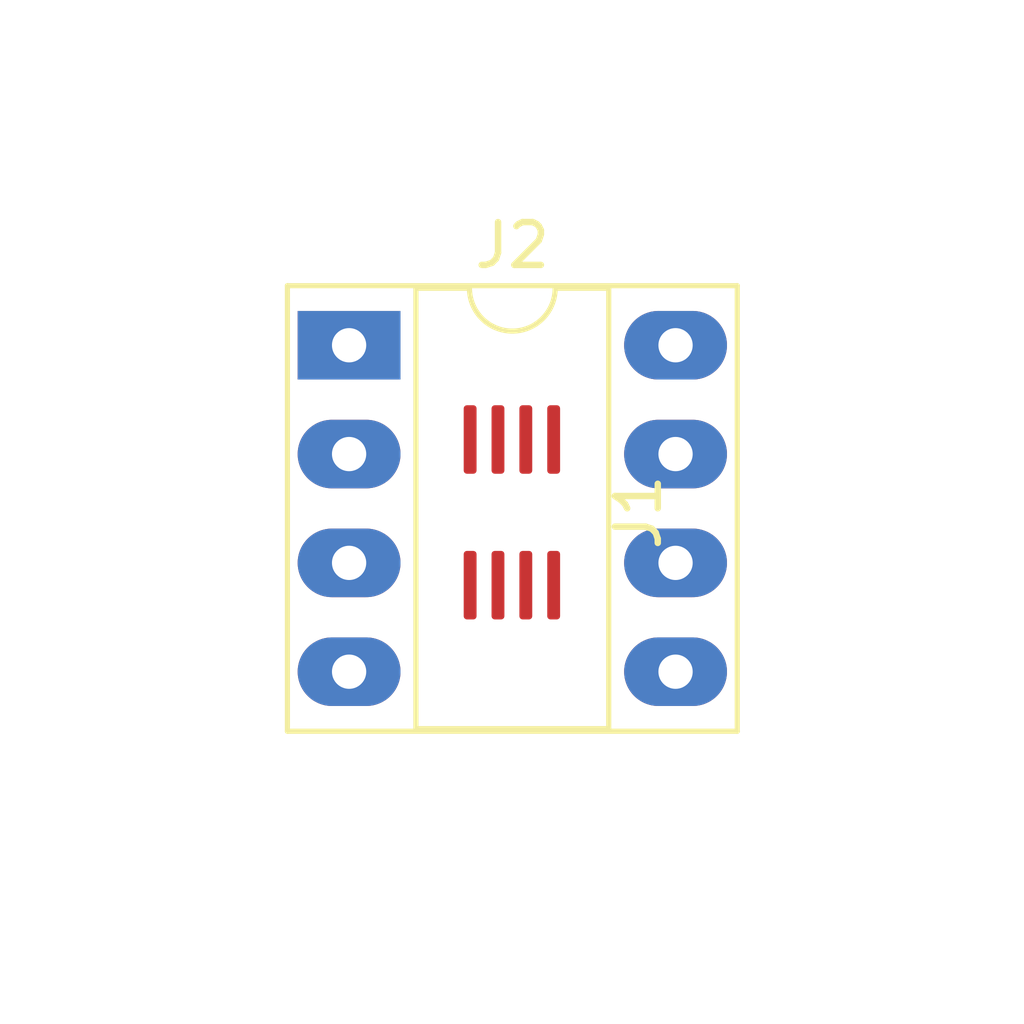
<source format=kicad_pcb>
(kicad_pcb (version 20171130) (host pcbnew "(6.0.0-rc1-dev-1267-gff668968f)")

  (general
    (thickness 1.6)
    (drawings 0)
    (tracks 0)
    (zones 0)
    (modules 2)
    (nets 17)
  )

  (page A4)
  (layers
    (0 F.Cu signal)
    (31 B.Cu signal)
    (32 B.Adhes user)
    (33 F.Adhes user)
    (34 B.Paste user)
    (35 F.Paste user)
    (36 B.SilkS user)
    (37 F.SilkS user)
    (38 B.Mask user)
    (39 F.Mask user)
    (40 Dwgs.User user)
    (41 Cmts.User user)
    (42 Eco1.User user)
    (43 Eco2.User user)
    (44 Edge.Cuts user)
    (45 Margin user)
    (46 B.CrtYd user)
    (47 F.CrtYd user)
    (48 B.Fab user)
    (49 F.Fab user)
  )

  (setup
    (last_trace_width 0.25)
    (trace_clearance 0.2)
    (zone_clearance 0.508)
    (zone_45_only no)
    (trace_min 0.2)
    (via_size 0.8)
    (via_drill 0.4)
    (via_min_size 0.4)
    (via_min_drill 0.3)
    (uvia_size 0.3)
    (uvia_drill 0.1)
    (uvias_allowed no)
    (uvia_min_size 0.2)
    (uvia_min_drill 0.1)
    (edge_width 0.05)
    (segment_width 0.2)
    (pcb_text_width 0.3)
    (pcb_text_size 1.5 1.5)
    (mod_edge_width 0.12)
    (mod_text_size 1 1)
    (mod_text_width 0.15)
    (pad_size 1.524 1.524)
    (pad_drill 0.762)
    (pad_to_mask_clearance 0.051)
    (solder_mask_min_width 0.25)
    (aux_axis_origin 0 0)
    (visible_elements FFFFFF7F)
    (pcbplotparams
      (layerselection 0x010fc_ffffffff)
      (usegerberextensions false)
      (usegerberattributes false)
      (usegerberadvancedattributes false)
      (creategerberjobfile false)
      (excludeedgelayer true)
      (linewidth 0.050000)
      (plotframeref false)
      (viasonmask false)
      (mode 1)
      (useauxorigin false)
      (hpglpennumber 1)
      (hpglpenspeed 20)
      (hpglpendiameter 15.000000)
      (psnegative false)
      (psa4output false)
      (plotreference true)
      (plotvalue true)
      (plotinvisibletext false)
      (padsonsilk false)
      (subtractmaskfromsilk false)
      (outputformat 1)
      (mirror false)
      (drillshape 1)
      (scaleselection 1)
      (outputdirectory ""))
  )

  (net 0 "")
  (net 1 "Net-(J1-Pad2)")
  (net 2 "Net-(J1-Pad1)")
  (net 3 "Net-(J1-Pad3)")
  (net 4 "Net-(J1-Pad4)")
  (net 5 "Net-(J1-Pad5)")
  (net 6 "Net-(J1-Pad6)")
  (net 7 "Net-(J1-Pad7)")
  (net 8 "Net-(J1-Pad8)")
  (net 9 "Net-(J2-Pad1)")
  (net 10 "Net-(J2-Pad5)")
  (net 11 "Net-(J2-Pad2)")
  (net 12 "Net-(J2-Pad6)")
  (net 13 "Net-(J2-Pad3)")
  (net 14 "Net-(J2-Pad7)")
  (net 15 "Net-(J2-Pad4)")
  (net 16 "Net-(J2-Pad8)")

  (net_class Default "This is the default net class."
    (clearance 0.2)
    (trace_width 0.25)
    (via_dia 0.8)
    (via_drill 0.4)
    (uvia_dia 0.3)
    (uvia_drill 0.1)
    (add_net "Net-(J1-Pad1)")
    (add_net "Net-(J1-Pad2)")
    (add_net "Net-(J1-Pad3)")
    (add_net "Net-(J1-Pad4)")
    (add_net "Net-(J1-Pad5)")
    (add_net "Net-(J1-Pad6)")
    (add_net "Net-(J1-Pad7)")
    (add_net "Net-(J1-Pad8)")
    (add_net "Net-(J2-Pad1)")
    (add_net "Net-(J2-Pad2)")
    (add_net "Net-(J2-Pad3)")
    (add_net "Net-(J2-Pad4)")
    (add_net "Net-(J2-Pad5)")
    (add_net "Net-(J2-Pad6)")
    (add_net "Net-(J2-Pad7)")
    (add_net "Net-(J2-Pad8)")
  )

  (module Packages:Texas_Instruments-SM8_DCT (layer F.Cu) (tedit 5C0DA064) (tstamp 5C0DF581)
    (at 145.6 82.7 90)
    (path /5C0DA4DE)
    (fp_text reference J1 (at 0 2.95 90) (layer F.SilkS)
      (effects (font (size 1 1) (thickness 0.15)))
    )
    (fp_text value Conn_02x04_Counter_Clockwise (at 0 -2.95 90) (layer F.Fab)
      (effects (font (size 1 1) (thickness 0.15)))
    )
    (fp_line (start 0 -1.475) (end -1.4 -1.475) (layer F.Fab) (width 0.12))
    (fp_line (start -1.4 -1.475) (end -1.4 1.475) (layer F.Fab) (width 0.12))
    (fp_line (start -1.4 1.475) (end 1.4 1.475) (layer F.Fab) (width 0.12))
    (fp_line (start 1.4 1.475) (end 1.4 -1.475) (layer F.Fab) (width 0.12))
    (fp_line (start 1.4 -1.475) (end 0 -1.475) (layer F.Fab) (width 0.12))
    (pad 2 smd roundrect (at -1.7 -0.325 90) (size 1.6 0.3) (layers F.Cu F.Paste F.Mask) (roundrect_rratio 0.25)
      (net 1 "Net-(J1-Pad2)") (clearance 0.07))
    (pad 1 smd roundrect (at -1.7 -0.975 90) (size 1.6 0.3) (layers F.Cu F.Paste F.Mask) (roundrect_rratio 0.25)
      (net 2 "Net-(J1-Pad1)") (clearance 0.07))
    (pad 3 smd roundrect (at -1.7 0.325 90) (size 1.6 0.3) (layers F.Cu F.Paste F.Mask) (roundrect_rratio 0.25)
      (net 3 "Net-(J1-Pad3)") (clearance 0.07))
    (pad 4 smd roundrect (at -1.7 0.975 90) (size 1.6 0.3) (layers F.Cu F.Paste F.Mask) (roundrect_rratio 0.25)
      (net 4 "Net-(J1-Pad4)") (clearance 0.07))
    (pad 5 smd roundrect (at 1.7 0.975 90) (size 1.6 0.3) (layers F.Cu F.Paste F.Mask) (roundrect_rratio 0.25)
      (net 5 "Net-(J1-Pad5)") (clearance 0.07))
    (pad 6 smd roundrect (at 1.7 0.325 90) (size 1.6 0.3) (layers F.Cu F.Paste F.Mask) (roundrect_rratio 0.25)
      (net 6 "Net-(J1-Pad6)") (clearance 0.07))
    (pad 7 smd roundrect (at 1.7 -0.325 90) (size 1.6 0.3) (layers F.Cu F.Paste F.Mask) (roundrect_rratio 0.25)
      (net 7 "Net-(J1-Pad7)") (clearance 0.07))
    (pad 8 smd roundrect (at 1.7 -0.975 90) (size 1.6 0.3) (layers F.Cu F.Paste F.Mask) (roundrect_rratio 0.25)
      (net 8 "Net-(J1-Pad8)") (clearance 0.07))
  )

  (module Package_DIP:DIP-8_W7.62mm_Socket_LongPads (layer F.Cu) (tedit 5A02E8C5) (tstamp 5C0DF4E8)
    (at 141.8 78.8)
    (descr "8-lead though-hole mounted DIP package, row spacing 7.62 mm (300 mils), Socket, LongPads")
    (tags "THT DIP DIL PDIP 2.54mm 7.62mm 300mil Socket LongPads")
    (path /5C0DA678)
    (fp_text reference J2 (at 3.81 -2.33) (layer F.SilkS)
      (effects (font (size 1 1) (thickness 0.15)))
    )
    (fp_text value Conn_02x04_Counter_Clockwise (at 3.81 9.95) (layer F.Fab)
      (effects (font (size 1 1) (thickness 0.15)))
    )
    (fp_arc (start 3.81 -1.33) (end 2.81 -1.33) (angle -180) (layer F.SilkS) (width 0.12))
    (fp_line (start 1.635 -1.27) (end 6.985 -1.27) (layer F.Fab) (width 0.1))
    (fp_line (start 6.985 -1.27) (end 6.985 8.89) (layer F.Fab) (width 0.1))
    (fp_line (start 6.985 8.89) (end 0.635 8.89) (layer F.Fab) (width 0.1))
    (fp_line (start 0.635 8.89) (end 0.635 -0.27) (layer F.Fab) (width 0.1))
    (fp_line (start 0.635 -0.27) (end 1.635 -1.27) (layer F.Fab) (width 0.1))
    (fp_line (start -1.27 -1.33) (end -1.27 8.95) (layer F.Fab) (width 0.1))
    (fp_line (start -1.27 8.95) (end 8.89 8.95) (layer F.Fab) (width 0.1))
    (fp_line (start 8.89 8.95) (end 8.89 -1.33) (layer F.Fab) (width 0.1))
    (fp_line (start 8.89 -1.33) (end -1.27 -1.33) (layer F.Fab) (width 0.1))
    (fp_line (start 2.81 -1.33) (end 1.56 -1.33) (layer F.SilkS) (width 0.12))
    (fp_line (start 1.56 -1.33) (end 1.56 8.95) (layer F.SilkS) (width 0.12))
    (fp_line (start 1.56 8.95) (end 6.06 8.95) (layer F.SilkS) (width 0.12))
    (fp_line (start 6.06 8.95) (end 6.06 -1.33) (layer F.SilkS) (width 0.12))
    (fp_line (start 6.06 -1.33) (end 4.81 -1.33) (layer F.SilkS) (width 0.12))
    (fp_line (start -1.44 -1.39) (end -1.44 9.01) (layer F.SilkS) (width 0.12))
    (fp_line (start -1.44 9.01) (end 9.06 9.01) (layer F.SilkS) (width 0.12))
    (fp_line (start 9.06 9.01) (end 9.06 -1.39) (layer F.SilkS) (width 0.12))
    (fp_line (start 9.06 -1.39) (end -1.44 -1.39) (layer F.SilkS) (width 0.12))
    (fp_line (start -1.55 -1.6) (end -1.55 9.2) (layer F.CrtYd) (width 0.05))
    (fp_line (start -1.55 9.2) (end 9.15 9.2) (layer F.CrtYd) (width 0.05))
    (fp_line (start 9.15 9.2) (end 9.15 -1.6) (layer F.CrtYd) (width 0.05))
    (fp_line (start 9.15 -1.6) (end -1.55 -1.6) (layer F.CrtYd) (width 0.05))
    (fp_text user %R (at 3.81 3.81) (layer F.Fab)
      (effects (font (size 1 1) (thickness 0.15)))
    )
    (pad 1 thru_hole rect (at 0 0) (size 2.4 1.6) (drill 0.8) (layers *.Cu *.Mask)
      (net 9 "Net-(J2-Pad1)"))
    (pad 5 thru_hole oval (at 7.62 7.62) (size 2.4 1.6) (drill 0.8) (layers *.Cu *.Mask)
      (net 10 "Net-(J2-Pad5)"))
    (pad 2 thru_hole oval (at 0 2.54) (size 2.4 1.6) (drill 0.8) (layers *.Cu *.Mask)
      (net 11 "Net-(J2-Pad2)"))
    (pad 6 thru_hole oval (at 7.62 5.08) (size 2.4 1.6) (drill 0.8) (layers *.Cu *.Mask)
      (net 12 "Net-(J2-Pad6)"))
    (pad 3 thru_hole oval (at 0 5.08) (size 2.4 1.6) (drill 0.8) (layers *.Cu *.Mask)
      (net 13 "Net-(J2-Pad3)"))
    (pad 7 thru_hole oval (at 7.62 2.54) (size 2.4 1.6) (drill 0.8) (layers *.Cu *.Mask)
      (net 14 "Net-(J2-Pad7)"))
    (pad 4 thru_hole oval (at 0 7.62) (size 2.4 1.6) (drill 0.8) (layers *.Cu *.Mask)
      (net 15 "Net-(J2-Pad4)"))
    (pad 8 thru_hole oval (at 7.62 0) (size 2.4 1.6) (drill 0.8) (layers *.Cu *.Mask)
      (net 16 "Net-(J2-Pad8)"))
    (model ${KISYS3DMOD}/Package_DIP.3dshapes/DIP-8_W7.62mm_Socket.wrl
      (at (xyz 0 0 0))
      (scale (xyz 1 1 1))
      (rotate (xyz 0 0 0))
    )
  )

)

</source>
